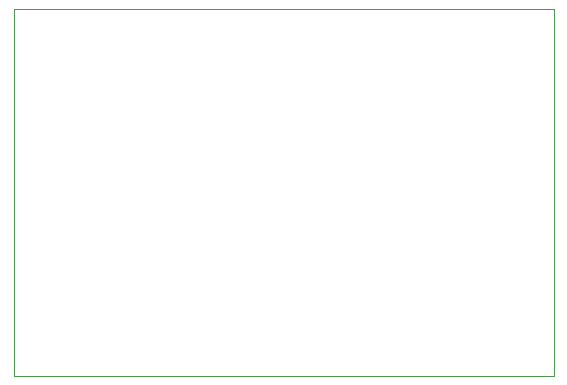
<source format=gm1>
G04 Layer_Color=16711935*
%FSLAX25Y25*%
%MOIN*%
G70*
G01*
G75*
%ADD12C,0.00050*%
D12*
X284000Y207600D02*
Y329800D01*
X464000D01*
Y207600D02*
Y329800D01*
X284000Y207600D02*
X464000D01*
M02*

</source>
